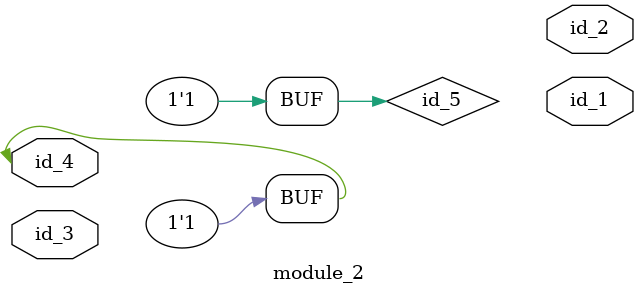
<source format=v>
module module_0;
  wire id_2 = id_2;
endmodule
module module_1 (
    id_1,
    id_2
);
  input wire id_2;
  input wire id_1;
  assign id_3 = id_2[1];
  module_0 modCall_1 ();
  assign id_3 = 1;
endmodule
module module_2 (
    id_1,
    id_2,
    id_3,
    id_4
);
  inout wire id_4;
  input wire id_3;
  output wire id_2;
  output wire id_1;
  wor id_5;
  assign id_5 = 1;
  module_0 modCall_1 ();
  assign id_4 = id_4 ? id_5 : 1;
  assign id_2[1] = 1 ? 1 : id_4;
endmodule

</source>
